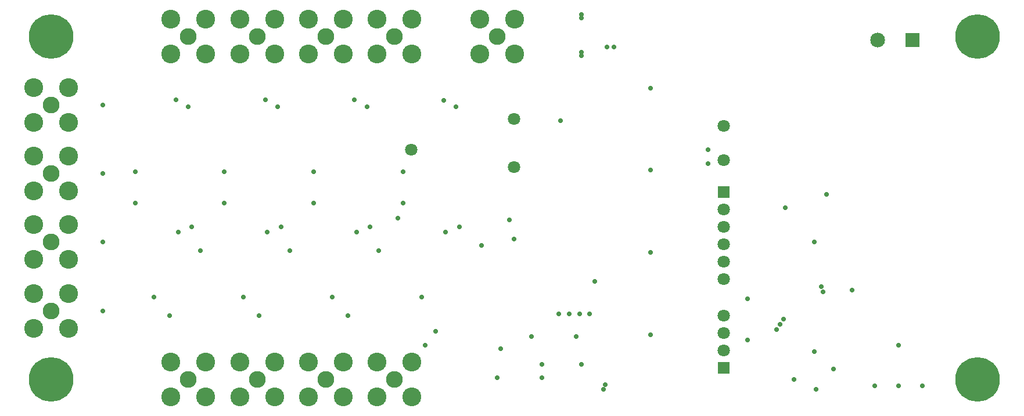
<source format=gbs>
G04*
G04 #@! TF.GenerationSoftware,Altium Limited,Altium Designer,20.1.14 (287)*
G04*
G04 Layer_Color=8150272*
%FSLAX43Y43*%
%MOMM*%
G71*
G04*
G04 #@! TF.SameCoordinates,785F46E0-C1C1-4AA7-83CD-D68E938E2BB6*
G04*
G04*
G04 #@! TF.FilePolarity,Negative*
G04*
G01*
G75*
%ADD77C,1.803*%
%ADD78C,6.500*%
%ADD79C,2.453*%
%ADD80C,2.753*%
%ADD81R,2.153X2.153*%
%ADD82C,2.153*%
%ADD83R,1.803X1.803*%
%ADD84C,0.703*%
D77*
X57500Y38500D02*
D03*
X103000Y42000D02*
D03*
Y37000D02*
D03*
X72500Y43000D02*
D03*
Y36000D02*
D03*
X103000Y14310D02*
D03*
Y11770D02*
D03*
Y9230D02*
D03*
X103000Y24730D02*
D03*
Y29810D02*
D03*
Y27270D02*
D03*
Y22190D02*
D03*
Y19650D02*
D03*
D78*
X140000Y55000D02*
D03*
Y5000D02*
D03*
X5000D02*
D03*
Y55000D02*
D03*
D79*
X55000Y5000D02*
D03*
X45000D02*
D03*
X35000D02*
D03*
X25000D02*
D03*
X55000Y55000D02*
D03*
X45000D02*
D03*
X35000D02*
D03*
X25000D02*
D03*
X5000Y45000D02*
D03*
Y35000D02*
D03*
Y25000D02*
D03*
Y15000D02*
D03*
X70000Y55000D02*
D03*
D80*
X52460Y2460D02*
D03*
X57540D02*
D03*
Y7540D02*
D03*
X52460D02*
D03*
X42460Y2460D02*
D03*
X47540D02*
D03*
Y7540D02*
D03*
X42460D02*
D03*
X32460Y2460D02*
D03*
X37540D02*
D03*
Y7540D02*
D03*
X32460D02*
D03*
X22460Y2460D02*
D03*
X27540D02*
D03*
Y7540D02*
D03*
X22460D02*
D03*
X57540Y52460D02*
D03*
X52460D02*
D03*
Y57540D02*
D03*
X57540D02*
D03*
X47540Y52460D02*
D03*
X42460D02*
D03*
Y57540D02*
D03*
X47540D02*
D03*
X37540Y52460D02*
D03*
X32460D02*
D03*
Y57540D02*
D03*
X37540D02*
D03*
X27540Y52460D02*
D03*
X22460D02*
D03*
Y57540D02*
D03*
X27540D02*
D03*
X7540Y47540D02*
D03*
Y42460D02*
D03*
X2460D02*
D03*
Y47540D02*
D03*
X7540Y37540D02*
D03*
Y32460D02*
D03*
X2460D02*
D03*
Y37540D02*
D03*
X7540Y27540D02*
D03*
Y22460D02*
D03*
X2460D02*
D03*
Y27540D02*
D03*
X7540Y17540D02*
D03*
Y12460D02*
D03*
X2460D02*
D03*
Y17540D02*
D03*
X72540Y57540D02*
D03*
X67460D02*
D03*
Y52460D02*
D03*
X72540D02*
D03*
D81*
X130500Y54500D02*
D03*
D82*
X125500D02*
D03*
D83*
X103000Y6690D02*
D03*
X103000Y32350D02*
D03*
D84*
X100750Y38500D02*
D03*
Y36500D02*
D03*
X85750Y4250D02*
D03*
X85500Y3500D02*
D03*
X92365Y11500D02*
D03*
Y23500D02*
D03*
Y35500D02*
D03*
Y47500D02*
D03*
X87000Y53500D02*
D03*
X86000D02*
D03*
X82250Y58250D02*
D03*
Y52250D02*
D03*
Y57750D02*
D03*
Y52750D02*
D03*
X121750Y18000D02*
D03*
X117250Y18500D02*
D03*
X119000Y6500D02*
D03*
X110750Y12250D02*
D03*
X111750Y13750D02*
D03*
X111250Y13000D02*
D03*
X113250Y5000D02*
D03*
X116250Y9000D02*
D03*
X55500Y28500D02*
D03*
X125000Y4000D02*
D03*
X76500Y5225D02*
D03*
Y7175D02*
D03*
X79250Y42750D02*
D03*
X71750Y28250D02*
D03*
X72500Y25500D02*
D03*
X84250Y19250D02*
D03*
X59500Y10000D02*
D03*
X82250Y7175D02*
D03*
X70000Y5250D02*
D03*
X23500Y26500D02*
D03*
X26750Y23750D02*
D03*
X22250Y14250D02*
D03*
X20000Y17000D02*
D03*
X12500Y45000D02*
D03*
Y35000D02*
D03*
Y25000D02*
D03*
Y15000D02*
D03*
X64500Y27250D02*
D03*
X51500D02*
D03*
X38500D02*
D03*
X25500D02*
D03*
X79000Y14500D02*
D03*
X80500D02*
D03*
X82000D02*
D03*
X83500D02*
D03*
X62200Y45737D02*
D03*
X49200Y45746D02*
D03*
X36200Y45756D02*
D03*
X23200Y45746D02*
D03*
X67750Y24500D02*
D03*
X106500Y10750D02*
D03*
Y16750D02*
D03*
X128500Y4000D02*
D03*
X132000D02*
D03*
X128500Y10000D02*
D03*
X116250Y25000D02*
D03*
X117500Y17750D02*
D03*
X75000Y11250D02*
D03*
X70500Y9500D02*
D03*
X81500Y11250D02*
D03*
X116500Y3500D02*
D03*
X118000Y32000D02*
D03*
X112000Y30000D02*
D03*
X59000Y17000D02*
D03*
X33000D02*
D03*
X52750Y23750D02*
D03*
X39750D02*
D03*
X43250Y35250D02*
D03*
X17250D02*
D03*
X46000Y17000D02*
D03*
X56250Y35250D02*
D03*
X30250D02*
D03*
X61000Y12000D02*
D03*
X35250Y14250D02*
D03*
X49500Y26500D02*
D03*
X36500D02*
D03*
X43250Y30750D02*
D03*
X17250D02*
D03*
X64000Y44750D02*
D03*
X51000D02*
D03*
X25000D02*
D03*
X48250Y14250D02*
D03*
X62500Y26500D02*
D03*
X56250Y30750D02*
D03*
X30250D02*
D03*
X38000Y44750D02*
D03*
M02*

</source>
